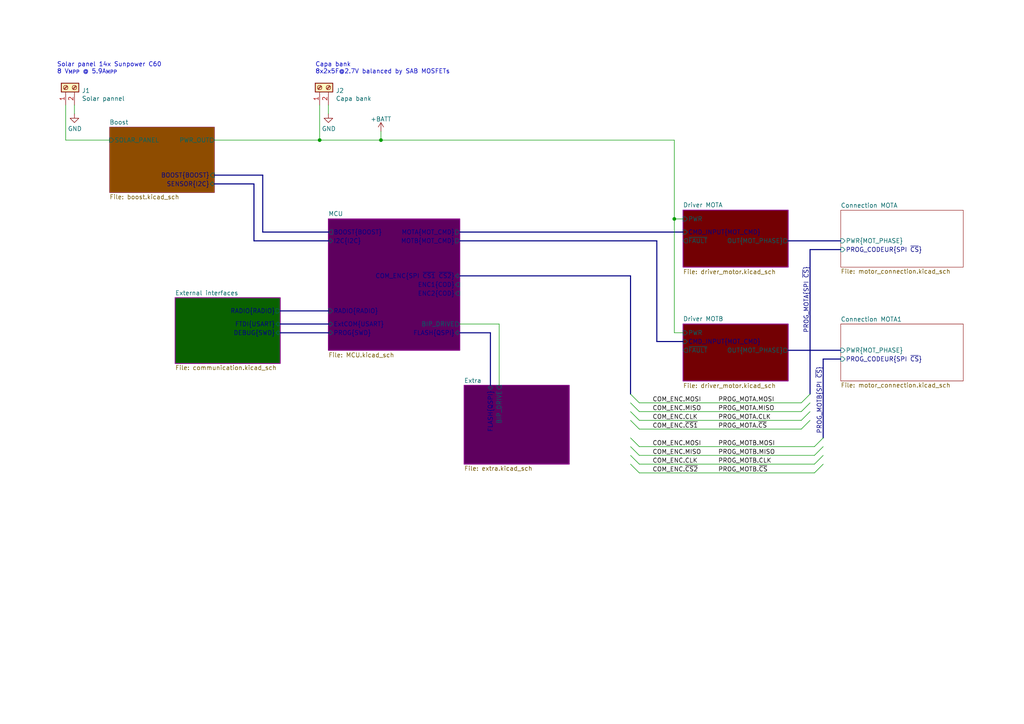
<source format=kicad_sch>
(kicad_sch (version 20210621) (generator eeschema)
  (paper "A4")
  (lib_symbols
    (symbol "Connector:Screw_Terminal_01x02" (pin_names (offset 1.016) hide)
      (property "Reference" "J" (at 0 2.54 0))
      (property "Value" "Screw_Terminal_01x02" (at 0 -5.08 0))
      (symbol "Screw_Terminal_01x02_1_1"
        (circle (center 0 -2.54) (radius 0.635) (stroke (width 0.1524)))
        (circle (center 0 0) (radius 0.635) (stroke (width 0.1524)))
        (rectangle (start -1.27 1.27) (end 1.27 -3.81) (stroke (width 0.254)) (fill (type background)))
        (polyline (pts (xy -0.5334 -2.2098) (xy 0.3302 -3.048)) (stroke (width 0.1524)))
        (polyline (pts (xy -0.5334 0.3302) (xy 0.3302 -0.508)) (stroke (width 0.1524)))
        (polyline (pts (xy -0.3556 -2.032) (xy 0.508 -2.8702)) (stroke (width 0.1524)))
        (polyline (pts (xy -0.3556 0.508) (xy 0.508 -0.3302)) (stroke (width 0.1524)))
        (pin passive line (at -5.08 0 0) (length 3.81) (name "Pin_1") (number "1"))
        (pin passive line (at -5.08 -2.54 0) (length 3.81) (name "Pin_2") (number "2"))
      )
    )
    (symbol "power:+BATT" (power) (pin_names (offset 0))
      (property "Value" "+BATT" (at 0 3.556 0))
      (symbol "+BATT_0_1"
        (polyline (pts (xy -0.762 1.27) (xy 0 2.54)))
        (polyline (pts (xy 0 0) (xy 0 2.54)))
        (polyline (pts (xy 0 2.54) (xy 0.762 1.27)))
      )
      (symbol "+BATT_1_1"
        (pin power_in line (at 0 0 90) (length 0) hide (name "+BATT") (number "1"))
      )
    )
    (symbol "power:GND" (power) (pin_names (offset 0))
      (property "Value" "GND" (at 0 -3.81 0))
      (symbol "GND_0_1"
        (polyline (pts (xy 0 0) (xy 0 -1.27) (xy 1.27 -1.27) (xy 0 -2.54) (xy -1.27 -1.27) (xy 0 -1.27)))
      )
      (symbol "GND_1_1"
        (pin power_in line (at 0 0 270) (length 0) hide (name "GND") (number "1"))
      )
    )
  )
  (junction (at 92.71 40.64) (diameter 0.9144))
  (junction (at 110.49 40.64) (diameter 0.9144))
  (junction (at 195.58 63.5) (diameter 0.9144))
  (bus_entry (at 182.88 114.3) (size 2.54 2.54) (stroke (width 0.1524)))
  (bus_entry (at 182.88 116.84) (size 2.54 2.54) (stroke (width 0.1524)))
  (bus_entry (at 182.88 119.38) (size 2.54 2.54) (stroke (width 0.1524)))
  (bus_entry (at 182.88 121.92) (size 2.54 2.54) (stroke (width 0.1524)))
  (bus_entry (at 182.88 127) (size 2.54 2.54) (stroke (width 0.1524)))
  (bus_entry (at 182.88 129.54) (size 2.54 2.54) (stroke (width 0.1524)))
  (bus_entry (at 182.88 132.08) (size 2.54 2.54) (stroke (width 0.1524)))
  (bus_entry (at 182.88 134.62) (size 2.54 2.54) (stroke (width 0.1524)))
  (bus_entry (at 234.95 114.3) (size -2.54 2.54) (stroke (width 0.1524)))
  (bus_entry (at 234.95 116.84) (size -2.54 2.54) (stroke (width 0.1524)))
  (bus_entry (at 234.95 119.38) (size -2.54 2.54) (stroke (width 0.1524)))
  (bus_entry (at 234.95 121.92) (size -2.54 2.54) (stroke (width 0.1524)))
  (bus_entry (at 238.76 127) (size -2.54 2.54) (stroke (width 0.1524)))
  (bus_entry (at 238.76 129.54) (size -2.54 2.54) (stroke (width 0.1524)))
  (bus_entry (at 238.76 132.08) (size -2.54 2.54) (stroke (width 0.1524)))
  (bus_entry (at 238.76 134.62) (size -2.54 2.54) (stroke (width 0.1524)))
  (wire (pts (xy 19.05 30.48) (xy 19.05 40.64)))
  (wire (pts (xy 19.05 40.64) (xy 31.75 40.64)))
  (wire (pts (xy 21.59 30.48) (xy 21.59 33.02)))
  (wire (pts (xy 62.23 40.64) (xy 92.71 40.64)))
  (wire (pts (xy 92.71 40.64) (xy 92.71 30.48)))
  (wire (pts (xy 92.71 40.64) (xy 110.49 40.64)))
  (wire (pts (xy 95.25 30.48) (xy 95.25 33.02)))
  (wire (pts (xy 110.49 38.1) (xy 110.49 40.64)))
  (wire (pts (xy 110.49 40.64) (xy 195.58 40.64)))
  (wire (pts (xy 133.35 93.98) (xy 144.78 93.98)))
  (wire (pts (xy 144.78 93.98) (xy 144.78 111.76)))
  (wire (pts (xy 185.42 116.84) (xy 232.41 116.84)))
  (wire (pts (xy 185.42 119.38) (xy 232.41 119.38)))
  (wire (pts (xy 185.42 121.92) (xy 232.41 121.92)))
  (wire (pts (xy 185.42 124.46) (xy 232.41 124.46)))
  (wire (pts (xy 185.42 129.54) (xy 236.22 129.54)))
  (wire (pts (xy 185.42 132.08) (xy 236.22 132.08)))
  (wire (pts (xy 185.42 134.62) (xy 236.22 134.62)))
  (wire (pts (xy 185.42 137.16) (xy 236.22 137.16)))
  (wire (pts (xy 195.58 40.64) (xy 195.58 63.5)))
  (wire (pts (xy 195.58 63.5) (xy 195.58 96.52)))
  (wire (pts (xy 195.58 63.5) (xy 198.12 63.5)))
  (wire (pts (xy 195.58 96.52) (xy 198.12 96.52)))
  (bus (pts (xy 62.23 50.8) (xy 76.2 50.8)))
  (bus (pts (xy 73.66 53.34) (xy 62.23 53.34)))
  (bus (pts (xy 73.66 69.85) (xy 73.66 53.34)))
  (bus (pts (xy 76.2 50.8) (xy 76.2 67.31)))
  (bus (pts (xy 76.2 67.31) (xy 95.25 67.31)))
  (bus (pts (xy 81.28 90.17) (xy 95.25 90.17)))
  (bus (pts (xy 81.28 93.98) (xy 95.25 93.98)))
  (bus (pts (xy 81.28 96.52) (xy 95.25 96.52)))
  (bus (pts (xy 95.25 69.85) (xy 73.66 69.85)))
  (bus (pts (xy 133.35 67.31) (xy 198.12 67.31)))
  (bus (pts (xy 133.35 69.85) (xy 190.5 69.85)))
  (bus (pts (xy 133.35 80.01) (xy 182.88 80.01)))
  (bus (pts (xy 133.35 96.52) (xy 142.24 96.52)))
  (bus (pts (xy 142.24 96.52) (xy 142.24 111.76)))
  (bus (pts (xy 182.88 80.01) (xy 182.88 134.62)))
  (bus (pts (xy 190.5 69.85) (xy 190.5 99.06)))
  (bus (pts (xy 190.5 99.06) (xy 198.12 99.06)))
  (bus (pts (xy 228.6 69.85) (xy 243.84 69.85)))
  (bus (pts (xy 228.6 101.6) (xy 243.84 101.6)))
  (bus (pts (xy 234.95 72.39) (xy 234.95 121.92)))
  (bus (pts (xy 238.76 104.14) (xy 238.76 134.62)))
  (bus (pts (xy 243.84 72.39) (xy 234.95 72.39)))
  (bus (pts (xy 243.84 104.14) (xy 238.76 104.14)))
  (text "Solar panel 14x Sunpower C60\n8 V_{MPP} @ 5.9A_{MPP}" (at 16.51 21.59 0) (effects (font (size 1.27 1.27)) (justify left bottom)))
  (text "Capa bank\n8x2x5F@2.7V balanced by SAB MOSFETs" (at 91.44 21.59 0) (effects (font (size 1.27 1.27)) (justify left bottom)))
  (label "COM_ENC.MOSI" (at 189.23 116.84 0))
  (label "COM_ENC.MISO" (at 189.23 119.38 0))
  (label "COM_ENC.CLK" (at 189.23 121.92 0))
  (label "COM_ENC.~{CS1}" (at 189.23 124.46 0))
  (label "COM_ENC.MOSI" (at 189.23 129.54 0))
  (label "COM_ENC.MISO" (at 189.23 132.08 0))
  (label "COM_ENC.CLK" (at 189.23 134.62 0))
  (label "COM_ENC.~{CS2}" (at 189.23 137.16 0))
  (label "PROG_MOTA.MOSI" (at 208.28 116.84 0))
  (label "PROG_MOTA.MISO" (at 208.28 119.38 0))
  (label "PROG_MOTA.CLK" (at 208.28 121.92 0))
  (label "PROG_MOTA.~{CS}" (at 208.28 124.46 0))
  (label "PROG_MOTB.MOSI" (at 208.28 129.54 0))
  (label "PROG_MOTB.MISO" (at 208.28 132.08 0))
  (label "PROG_MOTB.CLK" (at 208.28 134.62 0))
  (label "PROG_MOTB.~{CS}" (at 208.28 137.16 0))
  (label "PROG_MOTA{SPI ~{CS}}" (at 234.95 96.52 90))
  (label "PROG_MOTB{SPI ~{CS}}" (at 238.76 125.73 90))
  (symbol (lib_id "power:+BATT") (at 110.49 38.1 0) (unit 1)
    (property "Reference" "#PWR?" (effects hide))
    (property "Value" "+BATT" (at 110.49 34.5526 0))
  )
  (symbol (lib_id "power:GND") (at 21.59 33.02 0) (unit 1)
    (property "Reference" "#PWR01" (effects hide))
    (property "Value" "GND" (at 21.7043 37.3444 0))
  )
  (symbol (lib_id "power:GND") (at 95.25 33.02 0) (unit 1)
    (property "Reference" "#PWR02" (effects hide))
    (property "Value" "GND" (at 95.3643 37.3444 0))
  )
  (symbol (lib_id "Connector:Screw_Terminal_01x02") (at 19.05 25.4 90) (unit 1)
    (property "Reference" "J1" (at 23.7237 26.2826 90) (effects (justify right)))
    (property "Value" "Solar pannel" (at 23.7237 28.5813 90) (effects (justify right)))
  )
  (symbol (lib_id "Connector:Screw_Terminal_01x02") (at 92.71 25.4 90) (unit 1)
    (property "Reference" "J2" (at 97.3837 26.2826 90) (effects (justify right)))
    (property "Value" "Capa bank" (at 97.3837 28.5813 90) (effects (justify right)))
  )
  (sheet (at 31.75 36.83) (size 30.48 19.05) (stroke (width 0.0025) (color 132 0 132 1)) (fill (color 142 76 0 1.0000))
    (property "Nom feuille" "Boost" (at 31.75 36.1943 0) (effects (justify left bottom)))
    (property "Fichier de feuille" "boost.kicad_sch" (at 31.75 56.3887 0) (effects (justify left top)))
    (pin "SENSOR{I2C}" bidirectional (at 62.23 53.34 0))
    (pin "SOLAR_PANEL" input (at 31.75 40.64 180))
    (pin "BOOST{BOOST}" input (at 62.23 50.8 0))
    (pin "PWR_OUT" output (at 62.23 40.64 0))
  )
  (sheet (at 243.84 60.96) (size 35.56 16.51) (stroke (width 0.0006))
    (property "Nom feuille" "Connection MOTA" (at 243.84 60.3243 0) (effects (justify left bottom)))
    (property "Fichier de feuille" "motor_connection.kicad_sch" (at 243.84 77.9787 0) (effects (justify left top)))
    (pin "PWR{MOT_PHASE}" input (at 243.84 69.85 180))
    (pin "PROG_CODEUR{SPI ~{CS}}" input (at 243.84 72.39 180))
  )
  (sheet (at 243.84 93.98) (size 35.56 16.51) (stroke (width 0.0006))
    (property "Nom feuille" "Connection MOTA1" (at 243.84 93.3443 0) (effects (justify left bottom)))
    (property "Fichier de feuille" "motor_connection.kicad_sch" (at 243.84 110.9987 0) (effects (justify left top)))
    (pin "PWR{MOT_PHASE}" input (at 243.84 101.6 180))
    (pin "PROG_CODEUR{SPI ~{CS}}" input (at 243.84 104.14 180))
  )
  (sheet (at 198.12 60.96) (size 30.48 16.51) (stroke (width 0.254) (color 132 0 132 1)) (fill (color 115 0 3 1.0000))
    (property "Nom feuille" "Driver MOTA" (at 198.12 60.1976 0) (effects (justify left bottom)))
    (property "Fichier de feuille" "driver_motor.kicad_sch" (at 198.12 78.1054 0) (effects (justify left top)))
    (pin "CMD_INPUT{MOT_CMD}" input (at 198.12 67.31 180))
    (pin "PWR" input (at 198.12 63.5 180))
    (pin "~{FAULT}" output (at 198.12 69.85 180))
    (pin " OUT{MOT_PHASE}" output (at 228.6 69.85 0))
  )
  (sheet (at 198.12 93.98) (size 30.48 16.51) (stroke (width 0.254) (color 132 0 132 1)) (fill (color 115 0 3 1.0000))
    (property "Nom feuille" "Driver MOTB" (at 198.12 93.2176 0) (effects (justify left bottom)))
    (property "Fichier de feuille" "driver_motor.kicad_sch" (at 198.12 111.1254 0) (effects (justify left top)))
    (pin "CMD_INPUT{MOT_CMD}" input (at 198.12 99.06 180))
    (pin "PWR" input (at 198.12 96.52 180))
    (pin "~{FAULT}" output (at 198.12 101.6 180))
    (pin " OUT{MOT_PHASE}" output (at 228.6 101.6 0))
  )
  (sheet (at 50.8 86.36) (size 30.48 19.05) (stroke (width 0.254) (color 132 0 132 1)) (fill (color 9 97 0 1.0000))
    (property "Nom feuille" "External interfaces" (at 50.8 85.7243 0) (effects (justify left bottom)))
    (property "Fichier de feuille" "communication.kicad_sch" (at 50.8 105.9187 0) (effects (justify left top)))
    (pin "FTDI{USART}" bidirectional (at 81.28 93.98 0))
    (pin "DEBUG{SWD}" bidirectional (at 81.28 96.52 0))
    (pin "RADIO{RADIO}" output (at 81.28 90.17 0))
  )
  (sheet (at 134.62 111.76) (size 30.48 22.86) (stroke (width 0.254) (color 132 0 132 1)) (fill (color 94 0 94 1.0000))
    (property "Nom feuille" "Extra" (at 134.62 111.1243 0) (effects (justify left bottom)))
    (property "Fichier de feuille" "extra.kicad_sch" (at 134.62 135.1287 0) (effects (justify left top)))
    (pin "FLASH{QSPI}" bidirectional (at 142.24 111.76 90))
    (pin "BIP_DRIVE" input (at 144.78 111.76 90))
  )
  (sheet (at 95.25 63.5) (size 38.1 38.1) (stroke (width 0.254) (color 132 0 132 1)) (fill (color 94 0 94 1.0000))
    (property "Nom feuille" "MCU" (at 95.25 62.7376 0) (effects (justify left bottom)))
    (property "Fichier de feuille" "MCU.kicad_sch" (at 95.25 102.2354 0) (effects (justify left top)))
    (pin "PROG{SWD}" bidirectional (at 95.25 96.52 180))
    (pin "ExtCOM{USART}" bidirectional (at 95.25 93.98 180))
    (pin "ENC2{COD}" input (at 133.35 85.09 0))
    (pin "ENC1{COD}" input (at 133.35 82.55 0))
    (pin "RADIO{RADIO}" input (at 95.25 90.17 180))
    (pin "FLASH{QSPI}" bidirectional (at 133.35 96.52 0))
    (pin "BOOST{BOOST}" output (at 95.25 67.31 180))
    (pin "BIP_DRIVE" output (at 133.35 93.98 0))
    (pin "I2C{I2C}" bidirectional (at 95.25 69.85 180))
    (pin "COM_ENC{SPI ~{CS1} ~{CS2}}" bidirectional (at 133.35 80.01 0))
    (pin "MOTA{MOT_CMD}" output (at 133.35 67.31 0))
    (pin "MOTB{MOT_CMD}" output (at 133.35 69.85 0))
  )
)
</source>
